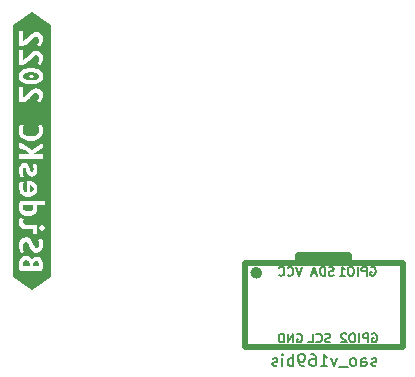
<source format=gbr>
%TF.GenerationSoftware,KiCad,Pcbnew,(6.0.7)*%
%TF.CreationDate,2022-09-05T18:42:41-05:00*%
%TF.ProjectId,Corelight SAO,436f7265-6c69-4676-9874-2053414f2e6b,rev?*%
%TF.SameCoordinates,Original*%
%TF.FileFunction,Legend,Bot*%
%TF.FilePolarity,Positive*%
%FSLAX46Y46*%
G04 Gerber Fmt 4.6, Leading zero omitted, Abs format (unit mm)*
G04 Created by KiCad (PCBNEW (6.0.7)) date 2022-09-05 18:42:41*
%MOMM*%
%LPD*%
G01*
G04 APERTURE LIST*
%ADD10C,0.150000*%
%ADD11C,0.500000*%
G04 APERTURE END LIST*
D10*
%TO.C,X1*%
X156855561Y-120749961D02*
X156760323Y-120797580D01*
X156569847Y-120797580D01*
X156474609Y-120749961D01*
X156426990Y-120654723D01*
X156426990Y-120607104D01*
X156474609Y-120511866D01*
X156569847Y-120464247D01*
X156712704Y-120464247D01*
X156807942Y-120416628D01*
X156855561Y-120321390D01*
X156855561Y-120273771D01*
X156807942Y-120178533D01*
X156712704Y-120130914D01*
X156569847Y-120130914D01*
X156474609Y-120178533D01*
X155569847Y-120797580D02*
X155569847Y-120273771D01*
X155617466Y-120178533D01*
X155712704Y-120130914D01*
X155903180Y-120130914D01*
X155998419Y-120178533D01*
X155569847Y-120749961D02*
X155665085Y-120797580D01*
X155903180Y-120797580D01*
X155998419Y-120749961D01*
X156046038Y-120654723D01*
X156046038Y-120559485D01*
X155998419Y-120464247D01*
X155903180Y-120416628D01*
X155665085Y-120416628D01*
X155569847Y-120369009D01*
X154950800Y-120797580D02*
X155046038Y-120749961D01*
X155093657Y-120702342D01*
X155141276Y-120607104D01*
X155141276Y-120321390D01*
X155093657Y-120226152D01*
X155046038Y-120178533D01*
X154950800Y-120130914D01*
X154807942Y-120130914D01*
X154712704Y-120178533D01*
X154665085Y-120226152D01*
X154617466Y-120321390D01*
X154617466Y-120607104D01*
X154665085Y-120702342D01*
X154712704Y-120749961D01*
X154807942Y-120797580D01*
X154950800Y-120797580D01*
X154426990Y-120892819D02*
X153665085Y-120892819D01*
X153522228Y-120130914D02*
X153284133Y-120797580D01*
X153046038Y-120130914D01*
X152141276Y-120797580D02*
X152712704Y-120797580D01*
X152426990Y-120797580D02*
X152426990Y-119797580D01*
X152522228Y-119940438D01*
X152617466Y-120035676D01*
X152712704Y-120083295D01*
X151284133Y-119797580D02*
X151474609Y-119797580D01*
X151569847Y-119845200D01*
X151617466Y-119892819D01*
X151712704Y-120035676D01*
X151760323Y-120226152D01*
X151760323Y-120607104D01*
X151712704Y-120702342D01*
X151665085Y-120749961D01*
X151569847Y-120797580D01*
X151379371Y-120797580D01*
X151284133Y-120749961D01*
X151236514Y-120702342D01*
X151188895Y-120607104D01*
X151188895Y-120369009D01*
X151236514Y-120273771D01*
X151284133Y-120226152D01*
X151379371Y-120178533D01*
X151569847Y-120178533D01*
X151665085Y-120226152D01*
X151712704Y-120273771D01*
X151760323Y-120369009D01*
X150712704Y-120797580D02*
X150522228Y-120797580D01*
X150426990Y-120749961D01*
X150379371Y-120702342D01*
X150284133Y-120559485D01*
X150236514Y-120369009D01*
X150236514Y-119988057D01*
X150284133Y-119892819D01*
X150331752Y-119845200D01*
X150426990Y-119797580D01*
X150617466Y-119797580D01*
X150712704Y-119845200D01*
X150760323Y-119892819D01*
X150807942Y-119988057D01*
X150807942Y-120226152D01*
X150760323Y-120321390D01*
X150712704Y-120369009D01*
X150617466Y-120416628D01*
X150426990Y-120416628D01*
X150331752Y-120369009D01*
X150284133Y-120321390D01*
X150236514Y-120226152D01*
X149807942Y-120797580D02*
X149807942Y-119797580D01*
X149807942Y-120178533D02*
X149712704Y-120130914D01*
X149522228Y-120130914D01*
X149426990Y-120178533D01*
X149379371Y-120226152D01*
X149331752Y-120321390D01*
X149331752Y-120607104D01*
X149379371Y-120702342D01*
X149426990Y-120749961D01*
X149522228Y-120797580D01*
X149712704Y-120797580D01*
X149807942Y-120749961D01*
X148903180Y-120797580D02*
X148903180Y-120130914D01*
X148903180Y-119797580D02*
X148950800Y-119845200D01*
X148903180Y-119892819D01*
X148855561Y-119845200D01*
X148903180Y-119797580D01*
X148903180Y-119892819D01*
X148474609Y-120749961D02*
X148379371Y-120797580D01*
X148188895Y-120797580D01*
X148093657Y-120749961D01*
X148046038Y-120654723D01*
X148046038Y-120607104D01*
X148093657Y-120511866D01*
X148188895Y-120464247D01*
X148331752Y-120464247D01*
X148426990Y-120416628D01*
X148474609Y-120321390D01*
X148474609Y-120273771D01*
X148426990Y-120178533D01*
X148331752Y-120130914D01*
X148188895Y-120130914D01*
X148093657Y-120178533D01*
X156504342Y-118065200D02*
X156575771Y-118029485D01*
X156682914Y-118029485D01*
X156790057Y-118065200D01*
X156861485Y-118136628D01*
X156897200Y-118208057D01*
X156932914Y-118350914D01*
X156932914Y-118458057D01*
X156897200Y-118600914D01*
X156861485Y-118672342D01*
X156790057Y-118743771D01*
X156682914Y-118779485D01*
X156611485Y-118779485D01*
X156504342Y-118743771D01*
X156468628Y-118708057D01*
X156468628Y-118458057D01*
X156611485Y-118458057D01*
X156147200Y-118779485D02*
X156147200Y-118029485D01*
X155861485Y-118029485D01*
X155790057Y-118065200D01*
X155754342Y-118100914D01*
X155718628Y-118172342D01*
X155718628Y-118279485D01*
X155754342Y-118350914D01*
X155790057Y-118386628D01*
X155861485Y-118422342D01*
X156147200Y-118422342D01*
X155397200Y-118779485D02*
X155397200Y-118029485D01*
X154897200Y-118029485D02*
X154754342Y-118029485D01*
X154682914Y-118065200D01*
X154611485Y-118136628D01*
X154575771Y-118279485D01*
X154575771Y-118529485D01*
X154611485Y-118672342D01*
X154682914Y-118743771D01*
X154754342Y-118779485D01*
X154897200Y-118779485D01*
X154968628Y-118743771D01*
X155040057Y-118672342D01*
X155075771Y-118529485D01*
X155075771Y-118279485D01*
X155040057Y-118136628D01*
X154968628Y-118065200D01*
X154897200Y-118029485D01*
X154290057Y-118100914D02*
X154254342Y-118065200D01*
X154182914Y-118029485D01*
X154004342Y-118029485D01*
X153932914Y-118065200D01*
X153897200Y-118100914D01*
X153861485Y-118172342D01*
X153861485Y-118243771D01*
X153897200Y-118350914D01*
X154325771Y-118779485D01*
X153861485Y-118779485D01*
X156377342Y-112426400D02*
X156448771Y-112390685D01*
X156555914Y-112390685D01*
X156663057Y-112426400D01*
X156734485Y-112497828D01*
X156770200Y-112569257D01*
X156805914Y-112712114D01*
X156805914Y-112819257D01*
X156770200Y-112962114D01*
X156734485Y-113033542D01*
X156663057Y-113104971D01*
X156555914Y-113140685D01*
X156484485Y-113140685D01*
X156377342Y-113104971D01*
X156341628Y-113069257D01*
X156341628Y-112819257D01*
X156484485Y-112819257D01*
X156020200Y-113140685D02*
X156020200Y-112390685D01*
X155734485Y-112390685D01*
X155663057Y-112426400D01*
X155627342Y-112462114D01*
X155591628Y-112533542D01*
X155591628Y-112640685D01*
X155627342Y-112712114D01*
X155663057Y-112747828D01*
X155734485Y-112783542D01*
X156020200Y-112783542D01*
X155270200Y-113140685D02*
X155270200Y-112390685D01*
X154770200Y-112390685D02*
X154627342Y-112390685D01*
X154555914Y-112426400D01*
X154484485Y-112497828D01*
X154448771Y-112640685D01*
X154448771Y-112890685D01*
X154484485Y-113033542D01*
X154555914Y-113104971D01*
X154627342Y-113140685D01*
X154770200Y-113140685D01*
X154841628Y-113104971D01*
X154913057Y-113033542D01*
X154948771Y-112890685D01*
X154948771Y-112640685D01*
X154913057Y-112497828D01*
X154841628Y-112426400D01*
X154770200Y-112390685D01*
X153734485Y-113140685D02*
X154163057Y-113140685D01*
X153948771Y-113140685D02*
X153948771Y-112390685D01*
X154020200Y-112497828D01*
X154091628Y-112569257D01*
X154163057Y-112604971D01*
X150529800Y-112416085D02*
X150279800Y-113166085D01*
X150029800Y-112416085D01*
X149351228Y-113094657D02*
X149386942Y-113130371D01*
X149494085Y-113166085D01*
X149565514Y-113166085D01*
X149672657Y-113130371D01*
X149744085Y-113058942D01*
X149779800Y-112987514D01*
X149815514Y-112844657D01*
X149815514Y-112737514D01*
X149779800Y-112594657D01*
X149744085Y-112523228D01*
X149672657Y-112451800D01*
X149565514Y-112416085D01*
X149494085Y-112416085D01*
X149386942Y-112451800D01*
X149351228Y-112487514D01*
X148601228Y-113094657D02*
X148636942Y-113130371D01*
X148744085Y-113166085D01*
X148815514Y-113166085D01*
X148922657Y-113130371D01*
X148994085Y-113058942D01*
X149029800Y-112987514D01*
X149065514Y-112844657D01*
X149065514Y-112737514D01*
X149029800Y-112594657D01*
X148994085Y-112523228D01*
X148922657Y-112451800D01*
X148815514Y-112416085D01*
X148744085Y-112416085D01*
X148636942Y-112451800D01*
X148601228Y-112487514D01*
X152962657Y-118769171D02*
X152855514Y-118804885D01*
X152676942Y-118804885D01*
X152605514Y-118769171D01*
X152569800Y-118733457D01*
X152534085Y-118662028D01*
X152534085Y-118590600D01*
X152569800Y-118519171D01*
X152605514Y-118483457D01*
X152676942Y-118447742D01*
X152819800Y-118412028D01*
X152891228Y-118376314D01*
X152926942Y-118340600D01*
X152962657Y-118269171D01*
X152962657Y-118197742D01*
X152926942Y-118126314D01*
X152891228Y-118090600D01*
X152819800Y-118054885D01*
X152641228Y-118054885D01*
X152534085Y-118090600D01*
X151784085Y-118733457D02*
X151819800Y-118769171D01*
X151926942Y-118804885D01*
X151998371Y-118804885D01*
X152105514Y-118769171D01*
X152176942Y-118697742D01*
X152212657Y-118626314D01*
X152248371Y-118483457D01*
X152248371Y-118376314D01*
X152212657Y-118233457D01*
X152176942Y-118162028D01*
X152105514Y-118090600D01*
X151998371Y-118054885D01*
X151926942Y-118054885D01*
X151819800Y-118090600D01*
X151784085Y-118126314D01*
X151105514Y-118804885D02*
X151462657Y-118804885D01*
X151462657Y-118054885D01*
X150152028Y-118090600D02*
X150223457Y-118054885D01*
X150330600Y-118054885D01*
X150437742Y-118090600D01*
X150509171Y-118162028D01*
X150544885Y-118233457D01*
X150580600Y-118376314D01*
X150580600Y-118483457D01*
X150544885Y-118626314D01*
X150509171Y-118697742D01*
X150437742Y-118769171D01*
X150330600Y-118804885D01*
X150259171Y-118804885D01*
X150152028Y-118769171D01*
X150116314Y-118733457D01*
X150116314Y-118483457D01*
X150259171Y-118483457D01*
X149794885Y-118804885D02*
X149794885Y-118054885D01*
X149366314Y-118804885D01*
X149366314Y-118054885D01*
X149009171Y-118804885D02*
X149009171Y-118054885D01*
X148830600Y-118054885D01*
X148723457Y-118090600D01*
X148652028Y-118162028D01*
X148616314Y-118233457D01*
X148580600Y-118376314D01*
X148580600Y-118483457D01*
X148616314Y-118626314D01*
X148652028Y-118697742D01*
X148723457Y-118769171D01*
X148830600Y-118804885D01*
X149009171Y-118804885D01*
X153234514Y-113104971D02*
X153127371Y-113140685D01*
X152948800Y-113140685D01*
X152877371Y-113104971D01*
X152841657Y-113069257D01*
X152805942Y-112997828D01*
X152805942Y-112926400D01*
X152841657Y-112854971D01*
X152877371Y-112819257D01*
X152948800Y-112783542D01*
X153091657Y-112747828D01*
X153163085Y-112712114D01*
X153198800Y-112676400D01*
X153234514Y-112604971D01*
X153234514Y-112533542D01*
X153198800Y-112462114D01*
X153163085Y-112426400D01*
X153091657Y-112390685D01*
X152913085Y-112390685D01*
X152805942Y-112426400D01*
X152484514Y-113140685D02*
X152484514Y-112390685D01*
X152305942Y-112390685D01*
X152198800Y-112426400D01*
X152127371Y-112497828D01*
X152091657Y-112569257D01*
X152055942Y-112712114D01*
X152055942Y-112819257D01*
X152091657Y-112962114D01*
X152127371Y-113033542D01*
X152198800Y-113104971D01*
X152305942Y-113140685D01*
X152484514Y-113140685D01*
X151770228Y-112926400D02*
X151413085Y-112926400D01*
X151841657Y-113140685D02*
X151591657Y-112390685D01*
X151341657Y-113140685D01*
D11*
X158953200Y-112064800D02*
X145745200Y-112064800D01*
X145745200Y-119176800D02*
X159080200Y-119176800D01*
X150190200Y-111810800D02*
X154508200Y-111810800D01*
X159080200Y-119176800D02*
X159080200Y-112064800D01*
X154508200Y-111937800D02*
X154508200Y-111429800D01*
X154508200Y-111429800D02*
X150190200Y-111429800D01*
X150190200Y-111429800D02*
X150190200Y-111937800D01*
X145745200Y-112064800D02*
X145745200Y-119176800D01*
X146939000Y-112903000D02*
G75*
G03*
X146939000Y-112903000I-254000J0D01*
G01*
%TO.C,kibuzzard-63168605*%
G36*
X127711200Y-114365925D02*
G01*
X126076207Y-113275930D01*
X126076207Y-112217200D01*
X126604712Y-112217200D01*
X126608284Y-112349756D01*
X126619000Y-112487075D01*
X126636859Y-112625981D01*
X126661862Y-112763300D01*
X128570038Y-112763300D01*
X128603375Y-112518825D01*
X128617663Y-112255300D01*
X128606153Y-112053688D01*
X128571625Y-111893350D01*
X128450975Y-111674275D01*
X128284288Y-111566325D01*
X128100138Y-111537750D01*
X127968375Y-111554816D01*
X127852488Y-111606013D01*
X127681037Y-111788575D01*
X127595312Y-111620697D01*
X127484187Y-111517113D01*
X127357187Y-111463534D01*
X127223837Y-111445675D01*
X127060722Y-111460756D01*
X126926975Y-111506000D01*
X126736475Y-111669513D01*
X126675356Y-111782225D01*
X126634875Y-111913988D01*
X126612253Y-112060434D01*
X126604712Y-112217200D01*
X126076207Y-112217200D01*
X126076207Y-110610650D01*
X126588837Y-110610650D01*
X126601934Y-110830519D01*
X126641225Y-111001175D01*
X126738062Y-111220250D01*
X127055562Y-111105950D01*
X126960312Y-110901163D01*
X126926975Y-110769003D01*
X126915862Y-110610650D01*
X126936500Y-110447138D01*
X126993650Y-110343950D01*
X127076200Y-110291563D01*
X127169862Y-110277275D01*
X127277812Y-110312200D01*
X127361950Y-110401100D01*
X127428625Y-110521750D01*
X127484187Y-110655100D01*
X127557212Y-110839250D01*
X127661987Y-111012288D01*
X127819150Y-111140875D01*
X128052513Y-111191675D01*
X128298575Y-111146828D01*
X128484313Y-111012288D01*
X128570743Y-110877703D01*
X128622601Y-110713132D01*
X128639888Y-110518575D01*
X128629569Y-110349109D01*
X128598613Y-110202663D01*
X128506538Y-109975650D01*
X128204913Y-110089950D01*
X128281113Y-110266163D01*
X128312863Y-110490000D01*
X128287815Y-110662861D01*
X128212674Y-110766578D01*
X128087438Y-110801150D01*
X127987425Y-110769400D01*
X127911225Y-110688438D01*
X127852488Y-110577313D01*
X127804863Y-110455075D01*
X127727075Y-110262988D01*
X127612775Y-110078838D01*
X127434975Y-109940725D01*
X127314722Y-109900244D01*
X127166687Y-109886750D01*
X126921816Y-109931597D01*
X126739650Y-110066138D01*
X126655865Y-110206367D01*
X126605594Y-110387871D01*
X126588837Y-110610650D01*
X126076207Y-110610650D01*
X126076207Y-108699300D01*
X126595187Y-108699300D01*
X126606300Y-108839397D01*
X126639637Y-108954888D01*
X126768225Y-109119988D01*
X126973012Y-109207300D01*
X127102394Y-109226350D01*
X127249237Y-109232700D01*
X127798513Y-109232700D01*
X127798513Y-109645450D01*
X128122363Y-109645450D01*
X128122363Y-109105700D01*
X128303338Y-109105700D01*
X128370013Y-109278738D01*
X128550988Y-109350175D01*
X128735138Y-109278738D01*
X128801813Y-109105700D01*
X128735138Y-108931075D01*
X128550988Y-108858050D01*
X128370013Y-108931075D01*
X128303338Y-109105700D01*
X128122363Y-109105700D01*
X128122363Y-108842175D01*
X127198437Y-108842175D01*
X127000000Y-108792963D01*
X126934912Y-108629450D01*
X126949200Y-108499275D01*
X127007937Y-108327825D01*
X126693612Y-108277025D01*
X126615825Y-108504038D01*
X126595187Y-108699300D01*
X126076207Y-108699300D01*
X126076207Y-107375325D01*
X126595187Y-107375325D01*
X126618118Y-107589285D01*
X126686910Y-107765497D01*
X126801562Y-107903963D01*
X126956079Y-108003622D01*
X127144462Y-108063418D01*
X127366712Y-108083350D01*
X127593019Y-108066593D01*
X127785107Y-108016322D01*
X127942975Y-107932538D01*
X128060274Y-107815944D01*
X128130653Y-107667249D01*
X128154113Y-107486450D01*
X128136650Y-107330875D01*
X128087438Y-107197525D01*
X128766888Y-107197525D01*
X128833563Y-106807000D01*
X126674562Y-106807000D01*
X126642812Y-106926856D01*
X126617412Y-107070525D01*
X126600744Y-107224513D01*
X126595187Y-107375325D01*
X126076207Y-107375325D01*
X126076207Y-105667175D01*
X126595187Y-105667175D01*
X126607491Y-105847753D01*
X126644400Y-106008488D01*
X126705519Y-106148188D01*
X126790450Y-106265663D01*
X126898797Y-106359722D01*
X127030162Y-106429175D01*
X127184944Y-106472038D01*
X127363537Y-106486325D01*
X127548481Y-106471244D01*
X127709612Y-106426000D01*
X127846534Y-106356150D01*
X127958850Y-106267250D01*
X128046559Y-106161681D01*
X128109663Y-106041825D01*
X128147763Y-105913238D01*
X128160463Y-105781475D01*
X128138767Y-105578981D01*
X128073679Y-105411764D01*
X127965200Y-105279825D01*
X127815093Y-105184575D01*
X127625122Y-105127425D01*
X127395287Y-105108375D01*
X127315912Y-105109963D01*
X127249237Y-105114725D01*
X127249237Y-106083100D01*
X127118666Y-106052938D01*
X127019050Y-105962450D01*
X126955947Y-105824338D01*
X126934912Y-105651300D01*
X126960312Y-105427463D01*
X127011112Y-105248075D01*
X126677737Y-105194100D01*
X126619000Y-105410000D01*
X126595187Y-105667175D01*
X126076207Y-105667175D01*
X126076207Y-104276525D01*
X126595187Y-104276525D01*
X126606300Y-104455913D01*
X126639637Y-104606725D01*
X126719012Y-104825800D01*
X127046037Y-104765475D01*
X126963487Y-104528938D01*
X126925387Y-104273350D01*
X126946025Y-104054275D01*
X127030162Y-103978075D01*
X127100012Y-104001888D01*
X127149225Y-104068563D01*
X127188912Y-104166988D01*
X127227012Y-104282875D01*
X127285750Y-104457500D01*
X127369887Y-104619425D01*
X127498475Y-104740075D01*
X127693737Y-104787700D01*
X127873125Y-104751188D01*
X128022350Y-104636888D01*
X128123950Y-104438450D01*
X128151334Y-104305894D01*
X128160463Y-104149525D01*
X128154906Y-104008634D01*
X128138238Y-103878063D01*
X128074738Y-103660575D01*
X127744538Y-103720900D01*
X127796925Y-103889175D01*
X127833438Y-104146350D01*
X127796925Y-104347963D01*
X127719138Y-104400350D01*
X127657225Y-104376538D01*
X127608012Y-104313038D01*
X127565150Y-104220963D01*
X127525462Y-104108250D01*
X127461962Y-103930450D01*
X127374650Y-103763763D01*
X127241300Y-103641525D01*
X127042862Y-103593900D01*
X126868237Y-103628825D01*
X126725362Y-103744713D01*
X126630112Y-103955850D01*
X126603919Y-104101106D01*
X126595187Y-104276525D01*
X126076207Y-104276525D01*
X126076207Y-101857175D01*
X126630112Y-101857175D01*
X126630112Y-102298500D01*
X126869825Y-102398512D01*
X126996825Y-102467172D01*
X127120650Y-102542975D01*
X127238919Y-102624334D01*
X127349250Y-102709663D01*
X127528637Y-102876350D01*
X126630112Y-102876350D01*
X126630112Y-103266875D01*
X128595438Y-103266875D01*
X128595438Y-102876350D01*
X127779463Y-102876350D01*
X127976313Y-102730300D01*
X128192213Y-102585837D01*
X128404938Y-102460425D01*
X128595438Y-102365175D01*
X128595438Y-101923850D01*
X128400175Y-102030212D01*
X128288256Y-102096491D01*
X128171575Y-102171500D01*
X128051322Y-102253653D01*
X127928688Y-102341362D01*
X127807244Y-102433834D01*
X127690562Y-102530275D01*
X127588169Y-102431056D01*
X127471487Y-102330250D01*
X127343297Y-102231428D01*
X127206375Y-102138162D01*
X127063500Y-102052041D01*
X126917450Y-101974650D01*
X126771797Y-101908769D01*
X126630112Y-101857175D01*
X126076207Y-101857175D01*
X126076207Y-100882450D01*
X126588837Y-100882450D01*
X126618471Y-101137861D01*
X126707371Y-101349528D01*
X126855537Y-101517450D01*
X127002977Y-101613295D01*
X127178594Y-101681756D01*
X127382389Y-101722833D01*
X127614362Y-101736525D01*
X127845344Y-101719856D01*
X128049338Y-101669850D01*
X128225153Y-101590078D01*
X128371600Y-101484112D01*
X128487488Y-101353937D01*
X128571625Y-101201537D01*
X128622822Y-101030484D01*
X128639888Y-100844350D01*
X128622425Y-100655437D01*
X128582738Y-100507800D01*
X128535113Y-100401437D01*
X128497013Y-100336350D01*
X128185863Y-100437950D01*
X128266825Y-100614162D01*
X128300163Y-100850700D01*
X128266825Y-101030087D01*
X128155700Y-101185662D01*
X127947738Y-101296787D01*
X127801688Y-101328934D01*
X127623887Y-101339650D01*
X127416983Y-101326774D01*
X127245004Y-101288144D01*
X127107950Y-101223762D01*
X126973409Y-101070966D01*
X126928562Y-100844350D01*
X126963487Y-100591937D01*
X127033337Y-100431600D01*
X126725362Y-100333175D01*
X126631700Y-100557013D01*
X126599553Y-100709016D01*
X126588837Y-100882450D01*
X126076207Y-100882450D01*
X126076207Y-98463100D01*
X126630112Y-98463100D01*
X126709487Y-98471037D01*
X126776162Y-98469450D01*
X126928562Y-98454766D01*
X127068262Y-98410712D01*
X127196453Y-98344037D01*
X127314325Y-98261487D01*
X127423069Y-98167825D01*
X127523875Y-98067812D01*
X127618728Y-97967800D01*
X127709612Y-97874137D01*
X127881063Y-97724912D01*
X128049338Y-97666175D01*
X128235075Y-97739200D01*
X128300163Y-97923350D01*
X128255713Y-98117025D01*
X128106488Y-98317050D01*
X128379538Y-98510725D01*
X128495425Y-98373803D01*
X128576388Y-98217037D01*
X128624013Y-98050747D01*
X128639888Y-97885250D01*
X128604963Y-97653475D01*
X128500188Y-97456625D01*
X128323975Y-97320100D01*
X128077913Y-97269300D01*
X127882650Y-97307400D01*
X127700087Y-97409000D01*
X127528637Y-97551875D01*
X127369887Y-97713800D01*
X127279400Y-97809050D01*
X127171450Y-97910650D01*
X127058737Y-97991612D01*
X126953962Y-98024950D01*
X126953962Y-97180400D01*
X126630112Y-97180400D01*
X126630112Y-98463100D01*
X126076207Y-98463100D01*
X126076207Y-96266000D01*
X126588837Y-96266000D01*
X126617060Y-96470611D01*
X126701726Y-96639944D01*
X126842837Y-96774000D01*
X126986506Y-96850398D01*
X127163512Y-96904969D01*
X127373856Y-96937711D01*
X127617537Y-96948625D01*
X127858441Y-96937512D01*
X128066800Y-96904175D01*
X128242616Y-96848612D01*
X128385888Y-96770825D01*
X128526999Y-96635711D01*
X128611665Y-96467436D01*
X128639888Y-96266000D01*
X128611842Y-96061389D01*
X128527704Y-95892056D01*
X128387475Y-95758000D01*
X128244699Y-95681602D01*
X128068784Y-95627031D01*
X127859730Y-95594289D01*
X127617537Y-95583375D01*
X127373856Y-95594289D01*
X127163512Y-95627031D01*
X126986506Y-95681602D01*
X126842837Y-95758000D01*
X126701726Y-95892056D01*
X126617060Y-96061389D01*
X126588837Y-96266000D01*
X126076207Y-96266000D01*
X126076207Y-95288100D01*
X126630112Y-95288100D01*
X126709487Y-95296037D01*
X126776162Y-95294450D01*
X126928562Y-95279766D01*
X127068262Y-95235712D01*
X127196453Y-95169037D01*
X127314325Y-95086487D01*
X127423069Y-94992825D01*
X127523875Y-94892812D01*
X127618728Y-94792800D01*
X127709612Y-94699137D01*
X127881063Y-94549912D01*
X128049338Y-94491175D01*
X128235075Y-94564200D01*
X128300163Y-94748350D01*
X128255713Y-94942025D01*
X128106488Y-95142050D01*
X128379538Y-95335725D01*
X128495425Y-95198803D01*
X128576388Y-95042037D01*
X128624013Y-94875747D01*
X128639888Y-94710250D01*
X128604963Y-94478475D01*
X128500188Y-94281625D01*
X128323975Y-94145100D01*
X128077913Y-94094300D01*
X127882650Y-94132400D01*
X127700087Y-94234000D01*
X127528637Y-94376875D01*
X127369887Y-94538800D01*
X127279400Y-94634050D01*
X127171450Y-94735650D01*
X127058737Y-94816612D01*
X126953962Y-94849950D01*
X126953962Y-94005400D01*
X126630112Y-94005400D01*
X126630112Y-95288100D01*
X126076207Y-95288100D01*
X126076207Y-93700600D01*
X126630112Y-93700600D01*
X126709487Y-93708537D01*
X126776162Y-93706950D01*
X126928562Y-93692266D01*
X127068262Y-93648212D01*
X127196453Y-93581537D01*
X127314325Y-93498987D01*
X127423069Y-93405325D01*
X127523875Y-93305312D01*
X127618728Y-93205300D01*
X127709612Y-93111637D01*
X127881063Y-92962412D01*
X128049338Y-92903675D01*
X128235075Y-92976700D01*
X128300163Y-93160850D01*
X128255713Y-93354525D01*
X128106488Y-93554550D01*
X128379538Y-93748225D01*
X128495425Y-93611303D01*
X128576388Y-93454537D01*
X128624013Y-93288247D01*
X128639888Y-93122750D01*
X128604963Y-92890975D01*
X128500188Y-92694125D01*
X128323975Y-92557600D01*
X128077913Y-92506800D01*
X127882650Y-92544900D01*
X127700087Y-92646500D01*
X127528637Y-92789375D01*
X127369887Y-92951300D01*
X127279400Y-93046550D01*
X127171450Y-93148150D01*
X127058737Y-93229112D01*
X126953962Y-93262450D01*
X126953962Y-92417900D01*
X126630112Y-92417900D01*
X126630112Y-93700600D01*
X126076207Y-93700600D01*
X126076207Y-91905270D01*
X127711200Y-90815275D01*
X129346193Y-91905270D01*
X129346193Y-113275930D01*
X127711200Y-114365925D01*
G37*
G36*
X127800100Y-107299125D02*
G01*
X127817563Y-107419775D01*
X127789781Y-107540425D01*
X127706437Y-107622975D01*
X127570706Y-107670600D01*
X127385762Y-107686475D01*
X127203994Y-107667822D01*
X127058737Y-107611863D01*
X126963487Y-107514628D01*
X126931737Y-107372150D01*
X126934912Y-107283250D01*
X126944437Y-107197525D01*
X127757238Y-107197525D01*
X127800100Y-107299125D01*
G37*
G36*
X128171575Y-111940975D02*
G01*
X128238250Y-112001300D01*
X128270000Y-112090200D01*
X128277938Y-112194975D01*
X128274763Y-112287050D01*
X128265238Y-112372775D01*
X127814388Y-112372775D01*
X127814388Y-112220375D01*
X127879475Y-111994950D01*
X128058863Y-111918750D01*
X128171575Y-111940975D01*
G37*
G36*
X127995010Y-95973194D02*
G01*
X128130300Y-96019937D01*
X128262459Y-96123522D01*
X128306513Y-96266000D01*
X128262459Y-96406494D01*
X128130300Y-96510475D01*
X127995010Y-96558100D01*
X127824089Y-96586675D01*
X127617537Y-96596200D01*
X127409222Y-96586675D01*
X127237243Y-96558100D01*
X127101600Y-96510475D01*
X126969441Y-96406494D01*
X126925387Y-96266000D01*
X126926369Y-96262825D01*
X127439737Y-96262825D01*
X127501650Y-96393000D01*
X127649287Y-96440625D01*
X127798513Y-96393000D01*
X127862013Y-96262825D01*
X127798513Y-96137412D01*
X127649287Y-96088200D01*
X127501650Y-96137412D01*
X127439737Y-96262825D01*
X126926369Y-96262825D01*
X126969441Y-96123522D01*
X127101600Y-96019937D01*
X127237243Y-95973194D01*
X127409222Y-95945149D01*
X127617537Y-95935800D01*
X127824089Y-95945149D01*
X127995010Y-95973194D01*
G37*
G36*
X127635000Y-105502075D02*
G01*
X127735013Y-105552875D01*
X127806450Y-105641775D01*
X127833438Y-105775125D01*
X127808038Y-105906888D01*
X127738188Y-105998963D01*
X127636587Y-106056113D01*
X127519112Y-106083100D01*
X127519112Y-105486200D01*
X127635000Y-105502075D01*
G37*
G36*
X127428625Y-111920338D02*
G01*
X127490537Y-112163225D01*
X127490537Y-112372775D01*
X126957137Y-112372775D01*
X126947612Y-112282288D01*
X126944437Y-112185450D01*
X126955550Y-112055275D01*
X126996825Y-111942563D01*
X127082550Y-111861600D01*
X127223837Y-111829850D01*
X127428625Y-111920338D01*
G37*
%TD*%
M02*

</source>
